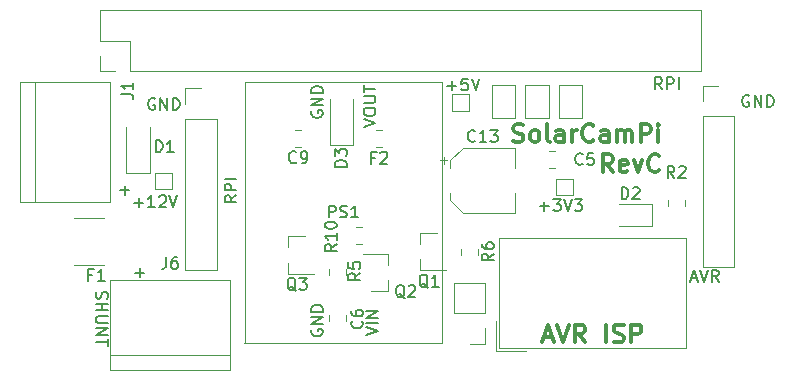
<source format=gto>
G04 #@! TF.GenerationSoftware,KiCad,Pcbnew,5.1.2*
G04 #@! TF.CreationDate,2019-07-27T17:59:41+02:00*
G04 #@! TF.ProjectId,solarcampi,736f6c61-7263-4616-9d70-692e6b696361,C*
G04 #@! TF.SameCoordinates,Original*
G04 #@! TF.FileFunction,Legend,Top*
G04 #@! TF.FilePolarity,Positive*
%FSLAX46Y46*%
G04 Gerber Fmt 4.6, Leading zero omitted, Abs format (unit mm)*
G04 Created by KiCad (PCBNEW 5.1.2) date 2019-07-27 17:59:41*
%MOMM*%
%LPD*%
G04 APERTURE LIST*
%ADD10C,0.150000*%
%ADD11C,0.300000*%
%ADD12C,0.120000*%
%ADD13C,0.100000*%
G04 APERTURE END LIST*
D10*
X60099047Y-72181428D02*
X60860952Y-72181428D01*
X60480000Y-72562380D02*
X60480000Y-71800476D01*
X56785238Y-73801904D02*
X56737619Y-73944761D01*
X56737619Y-74182857D01*
X56785238Y-74278095D01*
X56832857Y-74325714D01*
X56928095Y-74373333D01*
X57023333Y-74373333D01*
X57118571Y-74325714D01*
X57166190Y-74278095D01*
X57213809Y-74182857D01*
X57261428Y-73992380D01*
X57309047Y-73897142D01*
X57356666Y-73849523D01*
X57451904Y-73801904D01*
X57547142Y-73801904D01*
X57642380Y-73849523D01*
X57690000Y-73897142D01*
X57737619Y-73992380D01*
X57737619Y-74230476D01*
X57690000Y-74373333D01*
X56737619Y-74801904D02*
X57737619Y-74801904D01*
X57261428Y-74801904D02*
X57261428Y-75373333D01*
X56737619Y-75373333D02*
X57737619Y-75373333D01*
X57737619Y-75849523D02*
X56928095Y-75849523D01*
X56832857Y-75897142D01*
X56785238Y-75944761D01*
X56737619Y-76040000D01*
X56737619Y-76230476D01*
X56785238Y-76325714D01*
X56832857Y-76373333D01*
X56928095Y-76420952D01*
X57737619Y-76420952D01*
X56737619Y-76897142D02*
X57737619Y-76897142D01*
X56737619Y-77468571D01*
X57737619Y-77468571D01*
X57737619Y-77801904D02*
X57737619Y-78373333D01*
X56737619Y-78087619D02*
X57737619Y-78087619D01*
X104671428Y-56652380D02*
X104338095Y-56176190D01*
X104100000Y-56652380D02*
X104100000Y-55652380D01*
X104480952Y-55652380D01*
X104576190Y-55700000D01*
X104623809Y-55747619D01*
X104671428Y-55842857D01*
X104671428Y-55985714D01*
X104623809Y-56080952D01*
X104576190Y-56128571D01*
X104480952Y-56176190D01*
X104100000Y-56176190D01*
X105100000Y-56652380D02*
X105100000Y-55652380D01*
X105480952Y-55652380D01*
X105576190Y-55700000D01*
X105623809Y-55747619D01*
X105671428Y-55842857D01*
X105671428Y-55985714D01*
X105623809Y-56080952D01*
X105576190Y-56128571D01*
X105480952Y-56176190D01*
X105100000Y-56176190D01*
X106100000Y-56652380D02*
X106100000Y-55652380D01*
X94338095Y-66571428D02*
X95100000Y-66571428D01*
X94719047Y-66952380D02*
X94719047Y-66190476D01*
X95480952Y-65952380D02*
X96100000Y-65952380D01*
X95766666Y-66333333D01*
X95909523Y-66333333D01*
X96004761Y-66380952D01*
X96052380Y-66428571D01*
X96100000Y-66523809D01*
X96100000Y-66761904D01*
X96052380Y-66857142D01*
X96004761Y-66904761D01*
X95909523Y-66952380D01*
X95623809Y-66952380D01*
X95528571Y-66904761D01*
X95480952Y-66857142D01*
X96385714Y-65952380D02*
X96719047Y-66952380D01*
X97052380Y-65952380D01*
X97290476Y-65952380D02*
X97909523Y-65952380D01*
X97576190Y-66333333D01*
X97719047Y-66333333D01*
X97814285Y-66380952D01*
X97861904Y-66428571D01*
X97909523Y-66523809D01*
X97909523Y-66761904D01*
X97861904Y-66857142D01*
X97814285Y-66904761D01*
X97719047Y-66952380D01*
X97433333Y-66952380D01*
X97338095Y-66904761D01*
X97290476Y-66857142D01*
X86514285Y-56371428D02*
X87276190Y-56371428D01*
X86895238Y-56752380D02*
X86895238Y-55990476D01*
X88228571Y-55752380D02*
X87752380Y-55752380D01*
X87704761Y-56228571D01*
X87752380Y-56180952D01*
X87847619Y-56133333D01*
X88085714Y-56133333D01*
X88180952Y-56180952D01*
X88228571Y-56228571D01*
X88276190Y-56323809D01*
X88276190Y-56561904D01*
X88228571Y-56657142D01*
X88180952Y-56704761D01*
X88085714Y-56752380D01*
X87847619Y-56752380D01*
X87752380Y-56704761D01*
X87704761Y-56657142D01*
X88561904Y-55752380D02*
X88895238Y-56752380D01*
X89228571Y-55752380D01*
X107133333Y-72666666D02*
X107609523Y-72666666D01*
X107038095Y-72952380D02*
X107371428Y-71952380D01*
X107704761Y-72952380D01*
X107895238Y-71952380D02*
X108228571Y-72952380D01*
X108561904Y-71952380D01*
X109466666Y-72952380D02*
X109133333Y-72476190D01*
X108895238Y-72952380D02*
X108895238Y-71952380D01*
X109276190Y-71952380D01*
X109371428Y-72000000D01*
X109419047Y-72047619D01*
X109466666Y-72142857D01*
X109466666Y-72285714D01*
X109419047Y-72380952D01*
X109371428Y-72428571D01*
X109276190Y-72476190D01*
X108895238Y-72476190D01*
X112038095Y-57200000D02*
X111942857Y-57152380D01*
X111800000Y-57152380D01*
X111657142Y-57200000D01*
X111561904Y-57295238D01*
X111514285Y-57390476D01*
X111466666Y-57580952D01*
X111466666Y-57723809D01*
X111514285Y-57914285D01*
X111561904Y-58009523D01*
X111657142Y-58104761D01*
X111800000Y-58152380D01*
X111895238Y-58152380D01*
X112038095Y-58104761D01*
X112085714Y-58057142D01*
X112085714Y-57723809D01*
X111895238Y-57723809D01*
X112514285Y-58152380D02*
X112514285Y-57152380D01*
X113085714Y-58152380D01*
X113085714Y-57152380D01*
X113561904Y-58152380D02*
X113561904Y-57152380D01*
X113800000Y-57152380D01*
X113942857Y-57200000D01*
X114038095Y-57295238D01*
X114085714Y-57390476D01*
X114133333Y-57580952D01*
X114133333Y-57723809D01*
X114085714Y-57914285D01*
X114038095Y-58009523D01*
X113942857Y-58104761D01*
X113800000Y-58152380D01*
X113561904Y-58152380D01*
X68642380Y-65637571D02*
X68166190Y-65970904D01*
X68642380Y-66209000D02*
X67642380Y-66209000D01*
X67642380Y-65828047D01*
X67690000Y-65732809D01*
X67737619Y-65685190D01*
X67832857Y-65637571D01*
X67975714Y-65637571D01*
X68070952Y-65685190D01*
X68118571Y-65732809D01*
X68166190Y-65828047D01*
X68166190Y-66209000D01*
X68642380Y-65209000D02*
X67642380Y-65209000D01*
X67642380Y-64828047D01*
X67690000Y-64732809D01*
X67737619Y-64685190D01*
X67832857Y-64637571D01*
X67975714Y-64637571D01*
X68070952Y-64685190D01*
X68118571Y-64732809D01*
X68166190Y-64828047D01*
X68166190Y-65209000D01*
X68642380Y-64209000D02*
X67642380Y-64209000D01*
X61738095Y-57440000D02*
X61642857Y-57392380D01*
X61500000Y-57392380D01*
X61357142Y-57440000D01*
X61261904Y-57535238D01*
X61214285Y-57630476D01*
X61166666Y-57820952D01*
X61166666Y-57963809D01*
X61214285Y-58154285D01*
X61261904Y-58249523D01*
X61357142Y-58344761D01*
X61500000Y-58392380D01*
X61595238Y-58392380D01*
X61738095Y-58344761D01*
X61785714Y-58297142D01*
X61785714Y-57963809D01*
X61595238Y-57963809D01*
X62214285Y-58392380D02*
X62214285Y-57392380D01*
X62785714Y-58392380D01*
X62785714Y-57392380D01*
X63261904Y-58392380D02*
X63261904Y-57392380D01*
X63500000Y-57392380D01*
X63642857Y-57440000D01*
X63738095Y-57535238D01*
X63785714Y-57630476D01*
X63833333Y-57820952D01*
X63833333Y-57963809D01*
X63785714Y-58154285D01*
X63738095Y-58249523D01*
X63642857Y-58344761D01*
X63500000Y-58392380D01*
X63261904Y-58392380D01*
X59978095Y-66261428D02*
X60740000Y-66261428D01*
X60359047Y-66642380D02*
X60359047Y-65880476D01*
X61740000Y-66642380D02*
X61168571Y-66642380D01*
X61454285Y-66642380D02*
X61454285Y-65642380D01*
X61359047Y-65785238D01*
X61263809Y-65880476D01*
X61168571Y-65928095D01*
X62120952Y-65737619D02*
X62168571Y-65690000D01*
X62263809Y-65642380D01*
X62501904Y-65642380D01*
X62597142Y-65690000D01*
X62644761Y-65737619D01*
X62692380Y-65832857D01*
X62692380Y-65928095D01*
X62644761Y-66070952D01*
X62073333Y-66642380D01*
X62692380Y-66642380D01*
X62978095Y-65642380D02*
X63311428Y-66642380D01*
X63644761Y-65642380D01*
X58829047Y-65181428D02*
X59590952Y-65181428D01*
X59210000Y-65562380D02*
X59210000Y-64800476D01*
D11*
X92092142Y-61042142D02*
X92306428Y-61113571D01*
X92663571Y-61113571D01*
X92806428Y-61042142D01*
X92877857Y-60970714D01*
X92949285Y-60827857D01*
X92949285Y-60685000D01*
X92877857Y-60542142D01*
X92806428Y-60470714D01*
X92663571Y-60399285D01*
X92377857Y-60327857D01*
X92235000Y-60256428D01*
X92163571Y-60185000D01*
X92092142Y-60042142D01*
X92092142Y-59899285D01*
X92163571Y-59756428D01*
X92235000Y-59685000D01*
X92377857Y-59613571D01*
X92735000Y-59613571D01*
X92949285Y-59685000D01*
X93806428Y-61113571D02*
X93663571Y-61042142D01*
X93592142Y-60970714D01*
X93520714Y-60827857D01*
X93520714Y-60399285D01*
X93592142Y-60256428D01*
X93663571Y-60185000D01*
X93806428Y-60113571D01*
X94020714Y-60113571D01*
X94163571Y-60185000D01*
X94235000Y-60256428D01*
X94306428Y-60399285D01*
X94306428Y-60827857D01*
X94235000Y-60970714D01*
X94163571Y-61042142D01*
X94020714Y-61113571D01*
X93806428Y-61113571D01*
X95163571Y-61113571D02*
X95020714Y-61042142D01*
X94949285Y-60899285D01*
X94949285Y-59613571D01*
X96377857Y-61113571D02*
X96377857Y-60327857D01*
X96306428Y-60185000D01*
X96163571Y-60113571D01*
X95877857Y-60113571D01*
X95735000Y-60185000D01*
X96377857Y-61042142D02*
X96235000Y-61113571D01*
X95877857Y-61113571D01*
X95735000Y-61042142D01*
X95663571Y-60899285D01*
X95663571Y-60756428D01*
X95735000Y-60613571D01*
X95877857Y-60542142D01*
X96235000Y-60542142D01*
X96377857Y-60470714D01*
X97092142Y-61113571D02*
X97092142Y-60113571D01*
X97092142Y-60399285D02*
X97163571Y-60256428D01*
X97235000Y-60185000D01*
X97377857Y-60113571D01*
X97520714Y-60113571D01*
X98877857Y-60970714D02*
X98806428Y-61042142D01*
X98592142Y-61113571D01*
X98449285Y-61113571D01*
X98235000Y-61042142D01*
X98092142Y-60899285D01*
X98020714Y-60756428D01*
X97949285Y-60470714D01*
X97949285Y-60256428D01*
X98020714Y-59970714D01*
X98092142Y-59827857D01*
X98235000Y-59685000D01*
X98449285Y-59613571D01*
X98592142Y-59613571D01*
X98806428Y-59685000D01*
X98877857Y-59756428D01*
X100163571Y-61113571D02*
X100163571Y-60327857D01*
X100092142Y-60185000D01*
X99949285Y-60113571D01*
X99663571Y-60113571D01*
X99520714Y-60185000D01*
X100163571Y-61042142D02*
X100020714Y-61113571D01*
X99663571Y-61113571D01*
X99520714Y-61042142D01*
X99449285Y-60899285D01*
X99449285Y-60756428D01*
X99520714Y-60613571D01*
X99663571Y-60542142D01*
X100020714Y-60542142D01*
X100163571Y-60470714D01*
X100877857Y-61113571D02*
X100877857Y-60113571D01*
X100877857Y-60256428D02*
X100949285Y-60185000D01*
X101092142Y-60113571D01*
X101306428Y-60113571D01*
X101449285Y-60185000D01*
X101520714Y-60327857D01*
X101520714Y-61113571D01*
X101520714Y-60327857D02*
X101592142Y-60185000D01*
X101735000Y-60113571D01*
X101949285Y-60113571D01*
X102092142Y-60185000D01*
X102163571Y-60327857D01*
X102163571Y-61113571D01*
X102877857Y-61113571D02*
X102877857Y-59613571D01*
X103449285Y-59613571D01*
X103592142Y-59685000D01*
X103663571Y-59756428D01*
X103735000Y-59899285D01*
X103735000Y-60113571D01*
X103663571Y-60256428D01*
X103592142Y-60327857D01*
X103449285Y-60399285D01*
X102877857Y-60399285D01*
X104377857Y-61113571D02*
X104377857Y-60113571D01*
X104377857Y-59613571D02*
X104306428Y-59685000D01*
X104377857Y-59756428D01*
X104449285Y-59685000D01*
X104377857Y-59613571D01*
X104377857Y-59756428D01*
X100520714Y-63663571D02*
X100020714Y-62949285D01*
X99663571Y-63663571D02*
X99663571Y-62163571D01*
X100235000Y-62163571D01*
X100377857Y-62235000D01*
X100449285Y-62306428D01*
X100520714Y-62449285D01*
X100520714Y-62663571D01*
X100449285Y-62806428D01*
X100377857Y-62877857D01*
X100235000Y-62949285D01*
X99663571Y-62949285D01*
X101735000Y-63592142D02*
X101592142Y-63663571D01*
X101306428Y-63663571D01*
X101163571Y-63592142D01*
X101092142Y-63449285D01*
X101092142Y-62877857D01*
X101163571Y-62735000D01*
X101306428Y-62663571D01*
X101592142Y-62663571D01*
X101735000Y-62735000D01*
X101806428Y-62877857D01*
X101806428Y-63020714D01*
X101092142Y-63163571D01*
X102306428Y-62663571D02*
X102663571Y-63663571D01*
X103020714Y-62663571D01*
X104449285Y-63520714D02*
X104377857Y-63592142D01*
X104163571Y-63663571D01*
X104020714Y-63663571D01*
X103806428Y-63592142D01*
X103663571Y-63449285D01*
X103592142Y-63306428D01*
X103520714Y-63020714D01*
X103520714Y-62806428D01*
X103592142Y-62520714D01*
X103663571Y-62377857D01*
X103806428Y-62235000D01*
X104020714Y-62163571D01*
X104163571Y-62163571D01*
X104377857Y-62235000D01*
X104449285Y-62306428D01*
X94657142Y-77650000D02*
X95371428Y-77650000D01*
X94514285Y-78078571D02*
X95014285Y-76578571D01*
X95514285Y-78078571D01*
X95800000Y-76578571D02*
X96300000Y-78078571D01*
X96800000Y-76578571D01*
X98157142Y-78078571D02*
X97657142Y-77364285D01*
X97300000Y-78078571D02*
X97300000Y-76578571D01*
X97871428Y-76578571D01*
X98014285Y-76650000D01*
X98085714Y-76721428D01*
X98157142Y-76864285D01*
X98157142Y-77078571D01*
X98085714Y-77221428D01*
X98014285Y-77292857D01*
X97871428Y-77364285D01*
X97300000Y-77364285D01*
X99942857Y-78078571D02*
X99942857Y-76578571D01*
X100585714Y-78007142D02*
X100800000Y-78078571D01*
X101157142Y-78078571D01*
X101300000Y-78007142D01*
X101371428Y-77935714D01*
X101442857Y-77792857D01*
X101442857Y-77650000D01*
X101371428Y-77507142D01*
X101300000Y-77435714D01*
X101157142Y-77364285D01*
X100871428Y-77292857D01*
X100728571Y-77221428D01*
X100657142Y-77150000D01*
X100585714Y-77007142D01*
X100585714Y-76864285D01*
X100657142Y-76721428D01*
X100728571Y-76650000D01*
X100871428Y-76578571D01*
X101228571Y-76578571D01*
X101442857Y-76650000D01*
X102085714Y-78078571D02*
X102085714Y-76578571D01*
X102657142Y-76578571D01*
X102800000Y-76650000D01*
X102871428Y-76721428D01*
X102942857Y-76864285D01*
X102942857Y-77078571D01*
X102871428Y-77221428D01*
X102800000Y-77292857D01*
X102657142Y-77364285D01*
X102085714Y-77364285D01*
D12*
X86182500Y-62354500D02*
X86182500Y-62979500D01*
X85870000Y-62667000D02*
X86495000Y-62667000D01*
X86735000Y-66047563D02*
X87799437Y-67112000D01*
X86735000Y-62656437D02*
X87799437Y-61592000D01*
X86735000Y-62656437D02*
X86735000Y-63292000D01*
X86735000Y-66047563D02*
X86735000Y-65412000D01*
X87799437Y-67112000D02*
X92255000Y-67112000D01*
X87799437Y-61592000D02*
X92255000Y-61592000D01*
X92255000Y-61592000D02*
X92255000Y-63292000D01*
X92255000Y-67112000D02*
X92255000Y-65412000D01*
D13*
X69340000Y-56000000D02*
X86060000Y-56000000D01*
X86060000Y-56000000D02*
X86060000Y-78100000D01*
X86080000Y-78100000D02*
X69320000Y-78100000D01*
X69340000Y-78100000D02*
X69340000Y-56000000D01*
D12*
X95950000Y-59050000D02*
X95950000Y-56250000D01*
X95950000Y-56250000D02*
X97950000Y-56250000D01*
X97950000Y-56250000D02*
X97950000Y-59050000D01*
X97950000Y-59050000D02*
X95950000Y-59050000D01*
X93100000Y-59050000D02*
X93100000Y-56250000D01*
X93100000Y-56250000D02*
X95100000Y-56250000D01*
X95100000Y-56250000D02*
X95100000Y-59050000D01*
X95100000Y-59050000D02*
X93100000Y-59050000D01*
X90250000Y-59050000D02*
X90250000Y-56250000D01*
X90250000Y-56250000D02*
X92250000Y-56250000D01*
X92250000Y-56250000D02*
X92250000Y-59050000D01*
X92250000Y-59050000D02*
X90250000Y-59050000D01*
X57960000Y-80440000D02*
X68120000Y-80440000D01*
X57960000Y-72820000D02*
X57960000Y-80440000D01*
X68120000Y-72820000D02*
X57960000Y-72820000D01*
X68120000Y-80440000D02*
X68120000Y-72820000D01*
X68120000Y-79170000D02*
X57960000Y-79170000D01*
X78778748Y-69750000D02*
X79301252Y-69750000D01*
X78778748Y-68330000D02*
X79301252Y-68330000D01*
X73030000Y-69090000D02*
X74490000Y-69090000D01*
X73030000Y-72250000D02*
X75190000Y-72250000D01*
X73030000Y-72250000D02*
X73030000Y-71320000D01*
X73030000Y-69090000D02*
X73030000Y-70020000D01*
X84200000Y-68820000D02*
X85660000Y-68820000D01*
X84200000Y-71980000D02*
X86360000Y-71980000D01*
X84200000Y-71980000D02*
X84200000Y-71050000D01*
X84200000Y-68820000D02*
X84200000Y-69750000D01*
X50292000Y-56062000D02*
X50292000Y-66222000D01*
X57912000Y-56062000D02*
X50292000Y-56062000D01*
X57912000Y-66222000D02*
X57912000Y-56062000D01*
X50292000Y-66222000D02*
X57912000Y-66222000D01*
X51562000Y-66222000D02*
X51562000Y-56062000D01*
X89730000Y-78230000D02*
X88400000Y-78230000D01*
X89730000Y-76900000D02*
X89730000Y-78230000D01*
X89730000Y-75630000D02*
X87070000Y-75630000D01*
X87070000Y-75630000D02*
X87070000Y-73030000D01*
X89730000Y-75630000D02*
X89730000Y-73030000D01*
X89730000Y-73030000D02*
X87070000Y-73030000D01*
X77910000Y-76261252D02*
X77910000Y-75738748D01*
X76490000Y-76261252D02*
X76490000Y-75738748D01*
X87690000Y-70138748D02*
X87690000Y-70661252D01*
X89110000Y-70138748D02*
X89110000Y-70661252D01*
X59300000Y-63770000D02*
X59300000Y-59870000D01*
X61300000Y-63770000D02*
X61300000Y-59870000D01*
X59300000Y-63770000D02*
X61300000Y-63770000D01*
X80478748Y-61510000D02*
X81001252Y-61510000D01*
X80478748Y-60090000D02*
X81001252Y-60090000D01*
X108130000Y-56340000D02*
X109460000Y-56340000D01*
X108130000Y-57670000D02*
X108130000Y-56340000D01*
X108130000Y-58940000D02*
X110790000Y-58940000D01*
X110790000Y-58940000D02*
X110790000Y-71700000D01*
X108130000Y-58940000D02*
X108130000Y-71700000D01*
X108130000Y-71700000D02*
X110790000Y-71700000D01*
X61760000Y-65130000D02*
X61760000Y-63730000D01*
X63160000Y-65130000D02*
X61760000Y-65130000D01*
X63160000Y-63730000D02*
X63160000Y-65130000D01*
X61760000Y-63730000D02*
X63160000Y-63730000D01*
X106610000Y-66561252D02*
X106610000Y-66038748D01*
X105190000Y-66561252D02*
X105190000Y-66038748D01*
X95720000Y-65610000D02*
X95720000Y-64210000D01*
X97120000Y-65610000D02*
X95720000Y-65610000D01*
X97120000Y-64210000D02*
X97120000Y-65610000D01*
X95720000Y-64210000D02*
X97120000Y-64210000D01*
X86910000Y-58480000D02*
X86910000Y-57080000D01*
X88310000Y-58480000D02*
X86910000Y-58480000D01*
X88310000Y-57080000D02*
X88310000Y-58480000D01*
X86910000Y-57080000D02*
X88310000Y-57080000D01*
X103860000Y-66340000D02*
X101000000Y-66340000D01*
X103860000Y-68260000D02*
X103860000Y-66340000D01*
X101000000Y-68260000D02*
X103860000Y-68260000D01*
X76530000Y-61400000D02*
X76530000Y-57500000D01*
X78530000Y-61400000D02*
X78530000Y-57500000D01*
X76530000Y-61400000D02*
X78530000Y-61400000D01*
X57400000Y-71520000D02*
X54900000Y-71520000D01*
X57400000Y-67520000D02*
X54900000Y-67520000D01*
X77904000Y-72411252D02*
X77904000Y-71888748D01*
X76484000Y-72411252D02*
X76484000Y-71888748D01*
X81510000Y-73758000D02*
X80050000Y-73758000D01*
X81510000Y-70598000D02*
X79350000Y-70598000D01*
X81510000Y-70598000D02*
X81510000Y-71528000D01*
X81510000Y-73758000D02*
X81510000Y-72828000D01*
X64320000Y-56570000D02*
X65650000Y-56570000D01*
X64320000Y-57900000D02*
X64320000Y-56570000D01*
X64320000Y-59170000D02*
X66980000Y-59170000D01*
X66980000Y-59170000D02*
X66980000Y-71930000D01*
X64320000Y-59170000D02*
X64320000Y-71930000D01*
X64320000Y-71930000D02*
X66980000Y-71930000D01*
X90666000Y-78839000D02*
X90666000Y-76299000D01*
X90666000Y-78839000D02*
X93206000Y-78839000D01*
X90916000Y-78589000D02*
X90916000Y-69239000D01*
X106696000Y-78589000D02*
X90916000Y-78589000D01*
X106696000Y-69239000D02*
X106696000Y-78589000D01*
X90916000Y-69239000D02*
X106696000Y-69239000D01*
X74132252Y-60087000D02*
X73609748Y-60087000D01*
X74132252Y-61507000D02*
X73609748Y-61507000D01*
X95661252Y-61890000D02*
X95138748Y-61890000D01*
X95661252Y-63310000D02*
X95138748Y-63310000D01*
X57070000Y-55130000D02*
X57070000Y-53800000D01*
X58400000Y-55130000D02*
X57070000Y-55130000D01*
X57070000Y-52530000D02*
X57070000Y-49930000D01*
X59670000Y-52530000D02*
X57070000Y-52530000D01*
X59670000Y-55130000D02*
X59670000Y-52530000D01*
X57070000Y-49930000D02*
X107990000Y-49930000D01*
X59670000Y-55130000D02*
X107990000Y-55130000D01*
X107990000Y-55130000D02*
X107990000Y-49930000D01*
D10*
X88852142Y-61009142D02*
X88804523Y-61056761D01*
X88661666Y-61104380D01*
X88566428Y-61104380D01*
X88423571Y-61056761D01*
X88328333Y-60961523D01*
X88280714Y-60866285D01*
X88233095Y-60675809D01*
X88233095Y-60532952D01*
X88280714Y-60342476D01*
X88328333Y-60247238D01*
X88423571Y-60152000D01*
X88566428Y-60104380D01*
X88661666Y-60104380D01*
X88804523Y-60152000D01*
X88852142Y-60199619D01*
X89804523Y-61104380D02*
X89233095Y-61104380D01*
X89518809Y-61104380D02*
X89518809Y-60104380D01*
X89423571Y-60247238D01*
X89328333Y-60342476D01*
X89233095Y-60390095D01*
X90137857Y-60104380D02*
X90756904Y-60104380D01*
X90423571Y-60485333D01*
X90566428Y-60485333D01*
X90661666Y-60532952D01*
X90709285Y-60580571D01*
X90756904Y-60675809D01*
X90756904Y-60913904D01*
X90709285Y-61009142D01*
X90661666Y-61056761D01*
X90566428Y-61104380D01*
X90280714Y-61104380D01*
X90185476Y-61056761D01*
X90137857Y-61009142D01*
X76485714Y-67502380D02*
X76485714Y-66502380D01*
X76866666Y-66502380D01*
X76961904Y-66550000D01*
X77009523Y-66597619D01*
X77057142Y-66692857D01*
X77057142Y-66835714D01*
X77009523Y-66930952D01*
X76961904Y-66978571D01*
X76866666Y-67026190D01*
X76485714Y-67026190D01*
X77438095Y-67454761D02*
X77580952Y-67502380D01*
X77819047Y-67502380D01*
X77914285Y-67454761D01*
X77961904Y-67407142D01*
X78009523Y-67311904D01*
X78009523Y-67216666D01*
X77961904Y-67121428D01*
X77914285Y-67073809D01*
X77819047Y-67026190D01*
X77628571Y-66978571D01*
X77533333Y-66930952D01*
X77485714Y-66883333D01*
X77438095Y-66788095D01*
X77438095Y-66692857D01*
X77485714Y-66597619D01*
X77533333Y-66550000D01*
X77628571Y-66502380D01*
X77866666Y-66502380D01*
X78009523Y-66550000D01*
X78961904Y-67502380D02*
X78390476Y-67502380D01*
X78676190Y-67502380D02*
X78676190Y-66502380D01*
X78580952Y-66645238D01*
X78485714Y-66740476D01*
X78390476Y-66788095D01*
X75010000Y-76991904D02*
X74962380Y-77087142D01*
X74962380Y-77230000D01*
X75010000Y-77372857D01*
X75105238Y-77468095D01*
X75200476Y-77515714D01*
X75390952Y-77563333D01*
X75533809Y-77563333D01*
X75724285Y-77515714D01*
X75819523Y-77468095D01*
X75914761Y-77372857D01*
X75962380Y-77230000D01*
X75962380Y-77134761D01*
X75914761Y-76991904D01*
X75867142Y-76944285D01*
X75533809Y-76944285D01*
X75533809Y-77134761D01*
X75962380Y-76515714D02*
X74962380Y-76515714D01*
X75962380Y-75944285D01*
X74962380Y-75944285D01*
X75962380Y-75468095D02*
X74962380Y-75468095D01*
X74962380Y-75230000D01*
X75010000Y-75087142D01*
X75105238Y-74991904D01*
X75200476Y-74944285D01*
X75390952Y-74896666D01*
X75533809Y-74896666D01*
X75724285Y-74944285D01*
X75819523Y-74991904D01*
X75914761Y-75087142D01*
X75962380Y-75230000D01*
X75962380Y-75468095D01*
X79422380Y-59831904D02*
X80422380Y-59498571D01*
X79422380Y-59165238D01*
X79422380Y-58641428D02*
X79422380Y-58450952D01*
X79470000Y-58355714D01*
X79565238Y-58260476D01*
X79755714Y-58212857D01*
X80089047Y-58212857D01*
X80279523Y-58260476D01*
X80374761Y-58355714D01*
X80422380Y-58450952D01*
X80422380Y-58641428D01*
X80374761Y-58736666D01*
X80279523Y-58831904D01*
X80089047Y-58879523D01*
X79755714Y-58879523D01*
X79565238Y-58831904D01*
X79470000Y-58736666D01*
X79422380Y-58641428D01*
X79422380Y-57784285D02*
X80231904Y-57784285D01*
X80327142Y-57736666D01*
X80374761Y-57689047D01*
X80422380Y-57593809D01*
X80422380Y-57403333D01*
X80374761Y-57308095D01*
X80327142Y-57260476D01*
X80231904Y-57212857D01*
X79422380Y-57212857D01*
X79422380Y-56879523D02*
X79422380Y-56308095D01*
X80422380Y-56593809D02*
X79422380Y-56593809D01*
X75020000Y-58481904D02*
X74972380Y-58577142D01*
X74972380Y-58720000D01*
X75020000Y-58862857D01*
X75115238Y-58958095D01*
X75210476Y-59005714D01*
X75400952Y-59053333D01*
X75543809Y-59053333D01*
X75734285Y-59005714D01*
X75829523Y-58958095D01*
X75924761Y-58862857D01*
X75972380Y-58720000D01*
X75972380Y-58624761D01*
X75924761Y-58481904D01*
X75877142Y-58434285D01*
X75543809Y-58434285D01*
X75543809Y-58624761D01*
X75972380Y-58005714D02*
X74972380Y-58005714D01*
X75972380Y-57434285D01*
X74972380Y-57434285D01*
X75972380Y-56958095D02*
X74972380Y-56958095D01*
X74972380Y-56720000D01*
X75020000Y-56577142D01*
X75115238Y-56481904D01*
X75210476Y-56434285D01*
X75400952Y-56386666D01*
X75543809Y-56386666D01*
X75734285Y-56434285D01*
X75829523Y-56481904D01*
X75924761Y-56577142D01*
X75972380Y-56720000D01*
X75972380Y-56958095D01*
X79602380Y-77465238D02*
X80602380Y-77131904D01*
X79602380Y-76798571D01*
X80602380Y-76465238D02*
X79602380Y-76465238D01*
X80602380Y-75989047D02*
X79602380Y-75989047D01*
X80602380Y-75417619D01*
X79602380Y-75417619D01*
X62696666Y-70852380D02*
X62696666Y-71566666D01*
X62649047Y-71709523D01*
X62553809Y-71804761D01*
X62410952Y-71852380D01*
X62315714Y-71852380D01*
X63601428Y-70852380D02*
X63410952Y-70852380D01*
X63315714Y-70900000D01*
X63268095Y-70947619D01*
X63172857Y-71090476D01*
X63125238Y-71280952D01*
X63125238Y-71661904D01*
X63172857Y-71757142D01*
X63220476Y-71804761D01*
X63315714Y-71852380D01*
X63506190Y-71852380D01*
X63601428Y-71804761D01*
X63649047Y-71757142D01*
X63696666Y-71661904D01*
X63696666Y-71423809D01*
X63649047Y-71328571D01*
X63601428Y-71280952D01*
X63506190Y-71233333D01*
X63315714Y-71233333D01*
X63220476Y-71280952D01*
X63172857Y-71328571D01*
X63125238Y-71423809D01*
X77122380Y-69772857D02*
X76646190Y-70106190D01*
X77122380Y-70344285D02*
X76122380Y-70344285D01*
X76122380Y-69963333D01*
X76170000Y-69868095D01*
X76217619Y-69820476D01*
X76312857Y-69772857D01*
X76455714Y-69772857D01*
X76550952Y-69820476D01*
X76598571Y-69868095D01*
X76646190Y-69963333D01*
X76646190Y-70344285D01*
X77122380Y-68820476D02*
X77122380Y-69391904D01*
X77122380Y-69106190D02*
X76122380Y-69106190D01*
X76265238Y-69201428D01*
X76360476Y-69296666D01*
X76408095Y-69391904D01*
X76122380Y-68201428D02*
X76122380Y-68106190D01*
X76170000Y-68010952D01*
X76217619Y-67963333D01*
X76312857Y-67915714D01*
X76503333Y-67868095D01*
X76741428Y-67868095D01*
X76931904Y-67915714D01*
X77027142Y-67963333D01*
X77074761Y-68010952D01*
X77122380Y-68106190D01*
X77122380Y-68201428D01*
X77074761Y-68296666D01*
X77027142Y-68344285D01*
X76931904Y-68391904D01*
X76741428Y-68439523D01*
X76503333Y-68439523D01*
X76312857Y-68391904D01*
X76217619Y-68344285D01*
X76170000Y-68296666D01*
X76122380Y-68201428D01*
X73694761Y-73717619D02*
X73599523Y-73670000D01*
X73504285Y-73574761D01*
X73361428Y-73431904D01*
X73266190Y-73384285D01*
X73170952Y-73384285D01*
X73218571Y-73622380D02*
X73123333Y-73574761D01*
X73028095Y-73479523D01*
X72980476Y-73289047D01*
X72980476Y-72955714D01*
X73028095Y-72765238D01*
X73123333Y-72670000D01*
X73218571Y-72622380D01*
X73409047Y-72622380D01*
X73504285Y-72670000D01*
X73599523Y-72765238D01*
X73647142Y-72955714D01*
X73647142Y-73289047D01*
X73599523Y-73479523D01*
X73504285Y-73574761D01*
X73409047Y-73622380D01*
X73218571Y-73622380D01*
X73980476Y-72622380D02*
X74599523Y-72622380D01*
X74266190Y-73003333D01*
X74409047Y-73003333D01*
X74504285Y-73050952D01*
X74551904Y-73098571D01*
X74599523Y-73193809D01*
X74599523Y-73431904D01*
X74551904Y-73527142D01*
X74504285Y-73574761D01*
X74409047Y-73622380D01*
X74123333Y-73622380D01*
X74028095Y-73574761D01*
X73980476Y-73527142D01*
X84864761Y-73447619D02*
X84769523Y-73400000D01*
X84674285Y-73304761D01*
X84531428Y-73161904D01*
X84436190Y-73114285D01*
X84340952Y-73114285D01*
X84388571Y-73352380D02*
X84293333Y-73304761D01*
X84198095Y-73209523D01*
X84150476Y-73019047D01*
X84150476Y-72685714D01*
X84198095Y-72495238D01*
X84293333Y-72400000D01*
X84388571Y-72352380D01*
X84579047Y-72352380D01*
X84674285Y-72400000D01*
X84769523Y-72495238D01*
X84817142Y-72685714D01*
X84817142Y-73019047D01*
X84769523Y-73209523D01*
X84674285Y-73304761D01*
X84579047Y-73352380D01*
X84388571Y-73352380D01*
X85769523Y-73352380D02*
X85198095Y-73352380D01*
X85483809Y-73352380D02*
X85483809Y-72352380D01*
X85388571Y-72495238D01*
X85293333Y-72590476D01*
X85198095Y-72638095D01*
X58912380Y-57083333D02*
X59626666Y-57083333D01*
X59769523Y-57130952D01*
X59864761Y-57226190D01*
X59912380Y-57369047D01*
X59912380Y-57464285D01*
X59912380Y-56083333D02*
X59912380Y-56654761D01*
X59912380Y-56369047D02*
X58912380Y-56369047D01*
X59055238Y-56464285D01*
X59150476Y-56559523D01*
X59198095Y-56654761D01*
X79257142Y-76266666D02*
X79304761Y-76314285D01*
X79352380Y-76457142D01*
X79352380Y-76552380D01*
X79304761Y-76695238D01*
X79209523Y-76790476D01*
X79114285Y-76838095D01*
X78923809Y-76885714D01*
X78780952Y-76885714D01*
X78590476Y-76838095D01*
X78495238Y-76790476D01*
X78400000Y-76695238D01*
X78352380Y-76552380D01*
X78352380Y-76457142D01*
X78400000Y-76314285D01*
X78447619Y-76266666D01*
X78352380Y-75409523D02*
X78352380Y-75600000D01*
X78400000Y-75695238D01*
X78447619Y-75742857D01*
X78590476Y-75838095D01*
X78780952Y-75885714D01*
X79161904Y-75885714D01*
X79257142Y-75838095D01*
X79304761Y-75790476D01*
X79352380Y-75695238D01*
X79352380Y-75504761D01*
X79304761Y-75409523D01*
X79257142Y-75361904D01*
X79161904Y-75314285D01*
X78923809Y-75314285D01*
X78828571Y-75361904D01*
X78780952Y-75409523D01*
X78733333Y-75504761D01*
X78733333Y-75695238D01*
X78780952Y-75790476D01*
X78828571Y-75838095D01*
X78923809Y-75885714D01*
X90423380Y-70568666D02*
X89947190Y-70902000D01*
X90423380Y-71140095D02*
X89423380Y-71140095D01*
X89423380Y-70759142D01*
X89471000Y-70663904D01*
X89518619Y-70616285D01*
X89613857Y-70568666D01*
X89756714Y-70568666D01*
X89851952Y-70616285D01*
X89899571Y-70663904D01*
X89947190Y-70759142D01*
X89947190Y-71140095D01*
X89423380Y-69711523D02*
X89423380Y-69902000D01*
X89471000Y-69997238D01*
X89518619Y-70044857D01*
X89661476Y-70140095D01*
X89851952Y-70187714D01*
X90232904Y-70187714D01*
X90328142Y-70140095D01*
X90375761Y-70092476D01*
X90423380Y-69997238D01*
X90423380Y-69806761D01*
X90375761Y-69711523D01*
X90328142Y-69663904D01*
X90232904Y-69616285D01*
X89994809Y-69616285D01*
X89899571Y-69663904D01*
X89851952Y-69711523D01*
X89804333Y-69806761D01*
X89804333Y-69997238D01*
X89851952Y-70092476D01*
X89899571Y-70140095D01*
X89994809Y-70187714D01*
X61821904Y-61972380D02*
X61821904Y-60972380D01*
X62060000Y-60972380D01*
X62202857Y-61020000D01*
X62298095Y-61115238D01*
X62345714Y-61210476D01*
X62393333Y-61400952D01*
X62393333Y-61543809D01*
X62345714Y-61734285D01*
X62298095Y-61829523D01*
X62202857Y-61924761D01*
X62060000Y-61972380D01*
X61821904Y-61972380D01*
X63345714Y-61972380D02*
X62774285Y-61972380D01*
X63060000Y-61972380D02*
X63060000Y-60972380D01*
X62964761Y-61115238D01*
X62869523Y-61210476D01*
X62774285Y-61258095D01*
X80366666Y-62428571D02*
X80033333Y-62428571D01*
X80033333Y-62952380D02*
X80033333Y-61952380D01*
X80509523Y-61952380D01*
X80842857Y-62047619D02*
X80890476Y-62000000D01*
X80985714Y-61952380D01*
X81223809Y-61952380D01*
X81319047Y-62000000D01*
X81366666Y-62047619D01*
X81414285Y-62142857D01*
X81414285Y-62238095D01*
X81366666Y-62380952D01*
X80795238Y-62952380D01*
X81414285Y-62952380D01*
X105733333Y-64152380D02*
X105400000Y-63676190D01*
X105161904Y-64152380D02*
X105161904Y-63152380D01*
X105542857Y-63152380D01*
X105638095Y-63200000D01*
X105685714Y-63247619D01*
X105733333Y-63342857D01*
X105733333Y-63485714D01*
X105685714Y-63580952D01*
X105638095Y-63628571D01*
X105542857Y-63676190D01*
X105161904Y-63676190D01*
X106114285Y-63247619D02*
X106161904Y-63200000D01*
X106257142Y-63152380D01*
X106495238Y-63152380D01*
X106590476Y-63200000D01*
X106638095Y-63247619D01*
X106685714Y-63342857D01*
X106685714Y-63438095D01*
X106638095Y-63580952D01*
X106066666Y-64152380D01*
X106685714Y-64152380D01*
X101261904Y-65952380D02*
X101261904Y-64952380D01*
X101500000Y-64952380D01*
X101642857Y-65000000D01*
X101738095Y-65095238D01*
X101785714Y-65190476D01*
X101833333Y-65380952D01*
X101833333Y-65523809D01*
X101785714Y-65714285D01*
X101738095Y-65809523D01*
X101642857Y-65904761D01*
X101500000Y-65952380D01*
X101261904Y-65952380D01*
X102214285Y-65047619D02*
X102261904Y-65000000D01*
X102357142Y-64952380D01*
X102595238Y-64952380D01*
X102690476Y-65000000D01*
X102738095Y-65047619D01*
X102785714Y-65142857D01*
X102785714Y-65238095D01*
X102738095Y-65380952D01*
X102166666Y-65952380D01*
X102785714Y-65952380D01*
X77982380Y-63218095D02*
X76982380Y-63218095D01*
X76982380Y-62980000D01*
X77030000Y-62837142D01*
X77125238Y-62741904D01*
X77220476Y-62694285D01*
X77410952Y-62646666D01*
X77553809Y-62646666D01*
X77744285Y-62694285D01*
X77839523Y-62741904D01*
X77934761Y-62837142D01*
X77982380Y-62980000D01*
X77982380Y-63218095D01*
X76982380Y-62313333D02*
X76982380Y-61694285D01*
X77363333Y-62027619D01*
X77363333Y-61884761D01*
X77410952Y-61789523D01*
X77458571Y-61741904D01*
X77553809Y-61694285D01*
X77791904Y-61694285D01*
X77887142Y-61741904D01*
X77934761Y-61789523D01*
X77982380Y-61884761D01*
X77982380Y-62170476D01*
X77934761Y-62265714D01*
X77887142Y-62313333D01*
X56436666Y-72348571D02*
X56103333Y-72348571D01*
X56103333Y-72872380D02*
X56103333Y-71872380D01*
X56579523Y-71872380D01*
X57484285Y-72872380D02*
X56912857Y-72872380D01*
X57198571Y-72872380D02*
X57198571Y-71872380D01*
X57103333Y-72015238D01*
X57008095Y-72110476D01*
X56912857Y-72158095D01*
X79132380Y-72216666D02*
X78656190Y-72550000D01*
X79132380Y-72788095D02*
X78132380Y-72788095D01*
X78132380Y-72407142D01*
X78180000Y-72311904D01*
X78227619Y-72264285D01*
X78322857Y-72216666D01*
X78465714Y-72216666D01*
X78560952Y-72264285D01*
X78608571Y-72311904D01*
X78656190Y-72407142D01*
X78656190Y-72788095D01*
X78132380Y-71311904D02*
X78132380Y-71788095D01*
X78608571Y-71835714D01*
X78560952Y-71788095D01*
X78513333Y-71692857D01*
X78513333Y-71454761D01*
X78560952Y-71359523D01*
X78608571Y-71311904D01*
X78703809Y-71264285D01*
X78941904Y-71264285D01*
X79037142Y-71311904D01*
X79084761Y-71359523D01*
X79132380Y-71454761D01*
X79132380Y-71692857D01*
X79084761Y-71788095D01*
X79037142Y-71835714D01*
X82904761Y-74347619D02*
X82809523Y-74300000D01*
X82714285Y-74204761D01*
X82571428Y-74061904D01*
X82476190Y-74014285D01*
X82380952Y-74014285D01*
X82428571Y-74252380D02*
X82333333Y-74204761D01*
X82238095Y-74109523D01*
X82190476Y-73919047D01*
X82190476Y-73585714D01*
X82238095Y-73395238D01*
X82333333Y-73300000D01*
X82428571Y-73252380D01*
X82619047Y-73252380D01*
X82714285Y-73300000D01*
X82809523Y-73395238D01*
X82857142Y-73585714D01*
X82857142Y-73919047D01*
X82809523Y-74109523D01*
X82714285Y-74204761D01*
X82619047Y-74252380D01*
X82428571Y-74252380D01*
X83238095Y-73347619D02*
X83285714Y-73300000D01*
X83380952Y-73252380D01*
X83619047Y-73252380D01*
X83714285Y-73300000D01*
X83761904Y-73347619D01*
X83809523Y-73442857D01*
X83809523Y-73538095D01*
X83761904Y-73680952D01*
X83190476Y-74252380D01*
X83809523Y-74252380D01*
X73704333Y-62804142D02*
X73656714Y-62851761D01*
X73513857Y-62899380D01*
X73418619Y-62899380D01*
X73275761Y-62851761D01*
X73180523Y-62756523D01*
X73132904Y-62661285D01*
X73085285Y-62470809D01*
X73085285Y-62327952D01*
X73132904Y-62137476D01*
X73180523Y-62042238D01*
X73275761Y-61947000D01*
X73418619Y-61899380D01*
X73513857Y-61899380D01*
X73656714Y-61947000D01*
X73704333Y-61994619D01*
X74180523Y-62899380D02*
X74371000Y-62899380D01*
X74466238Y-62851761D01*
X74513857Y-62804142D01*
X74609095Y-62661285D01*
X74656714Y-62470809D01*
X74656714Y-62089857D01*
X74609095Y-61994619D01*
X74561476Y-61947000D01*
X74466238Y-61899380D01*
X74275761Y-61899380D01*
X74180523Y-61947000D01*
X74132904Y-61994619D01*
X74085285Y-62089857D01*
X74085285Y-62327952D01*
X74132904Y-62423190D01*
X74180523Y-62470809D01*
X74275761Y-62518428D01*
X74466238Y-62518428D01*
X74561476Y-62470809D01*
X74609095Y-62423190D01*
X74656714Y-62327952D01*
X97963333Y-62957142D02*
X97915714Y-63004761D01*
X97772857Y-63052380D01*
X97677619Y-63052380D01*
X97534761Y-63004761D01*
X97439523Y-62909523D01*
X97391904Y-62814285D01*
X97344285Y-62623809D01*
X97344285Y-62480952D01*
X97391904Y-62290476D01*
X97439523Y-62195238D01*
X97534761Y-62100000D01*
X97677619Y-62052380D01*
X97772857Y-62052380D01*
X97915714Y-62100000D01*
X97963333Y-62147619D01*
X98868095Y-62052380D02*
X98391904Y-62052380D01*
X98344285Y-62528571D01*
X98391904Y-62480952D01*
X98487142Y-62433333D01*
X98725238Y-62433333D01*
X98820476Y-62480952D01*
X98868095Y-62528571D01*
X98915714Y-62623809D01*
X98915714Y-62861904D01*
X98868095Y-62957142D01*
X98820476Y-63004761D01*
X98725238Y-63052380D01*
X98487142Y-63052380D01*
X98391904Y-63004761D01*
X98344285Y-62957142D01*
M02*

</source>
